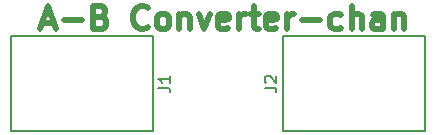
<source format=gto>
G04 #@! TF.GenerationSoftware,KiCad,Pcbnew,5.1.5*
G04 #@! TF.CreationDate,2020-03-24T12:45:04+09:00*
G04 #@! TF.ProjectId,ABC,4142432e-6b69-4636-9164-5f7063625858,rev?*
G04 #@! TF.SameCoordinates,Original*
G04 #@! TF.FileFunction,Legend,Top*
G04 #@! TF.FilePolarity,Positive*
%FSLAX46Y46*%
G04 Gerber Fmt 4.6, Leading zero omitted, Abs format (unit mm)*
G04 Created by KiCad (PCBNEW 5.1.5) date 2020-03-24 12:45:04*
%MOMM*%
%LPD*%
G04 APERTURE LIST*
%ADD10C,0.500000*%
%ADD11C,0.150000*%
G04 APERTURE END LIST*
D10*
X85619047Y-51333333D02*
X86571428Y-51333333D01*
X85428571Y-51904761D02*
X86095238Y-49904761D01*
X86761904Y-51904761D01*
X87428571Y-51142857D02*
X88952380Y-51142857D01*
X90571428Y-50857142D02*
X90857142Y-50952380D01*
X90952380Y-51047619D01*
X91047619Y-51238095D01*
X91047619Y-51523809D01*
X90952380Y-51714285D01*
X90857142Y-51809523D01*
X90666666Y-51904761D01*
X89904761Y-51904761D01*
X89904761Y-49904761D01*
X90571428Y-49904761D01*
X90761904Y-50000000D01*
X90857142Y-50095238D01*
X90952380Y-50285714D01*
X90952380Y-50476190D01*
X90857142Y-50666666D01*
X90761904Y-50761904D01*
X90571428Y-50857142D01*
X89904761Y-50857142D01*
X94571428Y-51714285D02*
X94476190Y-51809523D01*
X94190476Y-51904761D01*
X94000000Y-51904761D01*
X93714285Y-51809523D01*
X93523809Y-51619047D01*
X93428571Y-51428571D01*
X93333333Y-51047619D01*
X93333333Y-50761904D01*
X93428571Y-50380952D01*
X93523809Y-50190476D01*
X93714285Y-50000000D01*
X94000000Y-49904761D01*
X94190476Y-49904761D01*
X94476190Y-50000000D01*
X94571428Y-50095238D01*
X95714285Y-51904761D02*
X95523809Y-51809523D01*
X95428571Y-51714285D01*
X95333333Y-51523809D01*
X95333333Y-50952380D01*
X95428571Y-50761904D01*
X95523809Y-50666666D01*
X95714285Y-50571428D01*
X96000000Y-50571428D01*
X96190476Y-50666666D01*
X96285714Y-50761904D01*
X96380952Y-50952380D01*
X96380952Y-51523809D01*
X96285714Y-51714285D01*
X96190476Y-51809523D01*
X96000000Y-51904761D01*
X95714285Y-51904761D01*
X97238095Y-50571428D02*
X97238095Y-51904761D01*
X97238095Y-50761904D02*
X97333333Y-50666666D01*
X97523809Y-50571428D01*
X97809523Y-50571428D01*
X98000000Y-50666666D01*
X98095238Y-50857142D01*
X98095238Y-51904761D01*
X98857142Y-50571428D02*
X99333333Y-51904761D01*
X99809523Y-50571428D01*
X101333333Y-51809523D02*
X101142857Y-51904761D01*
X100761904Y-51904761D01*
X100571428Y-51809523D01*
X100476190Y-51619047D01*
X100476190Y-50857142D01*
X100571428Y-50666666D01*
X100761904Y-50571428D01*
X101142857Y-50571428D01*
X101333333Y-50666666D01*
X101428571Y-50857142D01*
X101428571Y-51047619D01*
X100476190Y-51238095D01*
X102285714Y-51904761D02*
X102285714Y-50571428D01*
X102285714Y-50952380D02*
X102380952Y-50761904D01*
X102476190Y-50666666D01*
X102666666Y-50571428D01*
X102857142Y-50571428D01*
X103238095Y-50571428D02*
X104000000Y-50571428D01*
X103523809Y-49904761D02*
X103523809Y-51619047D01*
X103619047Y-51809523D01*
X103809523Y-51904761D01*
X104000000Y-51904761D01*
X105428571Y-51809523D02*
X105238095Y-51904761D01*
X104857142Y-51904761D01*
X104666666Y-51809523D01*
X104571428Y-51619047D01*
X104571428Y-50857142D01*
X104666666Y-50666666D01*
X104857142Y-50571428D01*
X105238095Y-50571428D01*
X105428571Y-50666666D01*
X105523809Y-50857142D01*
X105523809Y-51047619D01*
X104571428Y-51238095D01*
X106380952Y-51904761D02*
X106380952Y-50571428D01*
X106380952Y-50952380D02*
X106476190Y-50761904D01*
X106571428Y-50666666D01*
X106761904Y-50571428D01*
X106952380Y-50571428D01*
X107619047Y-51142857D02*
X109142857Y-51142857D01*
X110952380Y-51809523D02*
X110761904Y-51904761D01*
X110380952Y-51904761D01*
X110190476Y-51809523D01*
X110095238Y-51714285D01*
X110000000Y-51523809D01*
X110000000Y-50952380D01*
X110095238Y-50761904D01*
X110190476Y-50666666D01*
X110380952Y-50571428D01*
X110761904Y-50571428D01*
X110952380Y-50666666D01*
X111809523Y-51904761D02*
X111809523Y-49904761D01*
X112666666Y-51904761D02*
X112666666Y-50857142D01*
X112571428Y-50666666D01*
X112380952Y-50571428D01*
X112095238Y-50571428D01*
X111904761Y-50666666D01*
X111809523Y-50761904D01*
X114476190Y-51904761D02*
X114476190Y-50857142D01*
X114380952Y-50666666D01*
X114190476Y-50571428D01*
X113809523Y-50571428D01*
X113619047Y-50666666D01*
X114476190Y-51809523D02*
X114285714Y-51904761D01*
X113809523Y-51904761D01*
X113619047Y-51809523D01*
X113523809Y-51619047D01*
X113523809Y-51428571D01*
X113619047Y-51238095D01*
X113809523Y-51142857D01*
X114285714Y-51142857D01*
X114476190Y-51047619D01*
X115428571Y-50571428D02*
X115428571Y-51904761D01*
X115428571Y-50761904D02*
X115523809Y-50666666D01*
X115714285Y-50571428D01*
X116000000Y-50571428D01*
X116190476Y-50666666D01*
X116285714Y-50857142D01*
X116285714Y-51904761D01*
D11*
X83000000Y-52500000D02*
X83000000Y-60500000D01*
X83000000Y-52500000D02*
X95000000Y-52500000D01*
X95000000Y-52500000D02*
X95000000Y-60500000D01*
X95000000Y-60500000D02*
X83000000Y-60500000D01*
X106000000Y-52500000D02*
X118000000Y-52500000D01*
X106000000Y-60500000D02*
X106000000Y-52500000D01*
X118000000Y-60500000D02*
X106000000Y-60500000D01*
X118000000Y-60500000D02*
X118000000Y-52500000D01*
X95452380Y-56833333D02*
X96166666Y-56833333D01*
X96309523Y-56880952D01*
X96404761Y-56976190D01*
X96452380Y-57119047D01*
X96452380Y-57214285D01*
X96452380Y-55833333D02*
X96452380Y-56404761D01*
X96452380Y-56119047D02*
X95452380Y-56119047D01*
X95595238Y-56214285D01*
X95690476Y-56309523D01*
X95738095Y-56404761D01*
X104452380Y-56833333D02*
X105166666Y-56833333D01*
X105309523Y-56880952D01*
X105404761Y-56976190D01*
X105452380Y-57119047D01*
X105452380Y-57214285D01*
X104547619Y-56404761D02*
X104500000Y-56357142D01*
X104452380Y-56261904D01*
X104452380Y-56023809D01*
X104500000Y-55928571D01*
X104547619Y-55880952D01*
X104642857Y-55833333D01*
X104738095Y-55833333D01*
X104880952Y-55880952D01*
X105452380Y-56452380D01*
X105452380Y-55833333D01*
M02*

</source>
